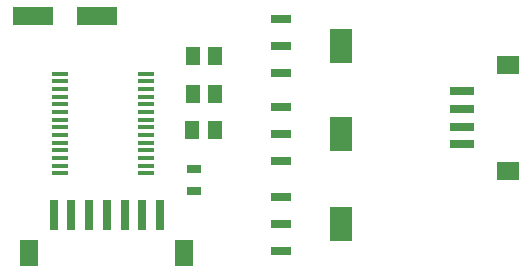
<source format=gtp>
G75*
G70*
%OFA0B0*%
%FSLAX24Y24*%
%IPPOS*%
%LPD*%
%AMOC8*
5,1,8,0,0,1.08239X$1,22.5*
%
%ADD10R,0.0709X0.0315*%
%ADD11R,0.0728X0.1181*%
%ADD12R,0.0512X0.0630*%
%ADD13R,0.0472X0.0315*%
%ADD14R,0.0550X0.0137*%
%ADD15R,0.0315X0.0984*%
%ADD16R,0.0591X0.0906*%
%ADD17R,0.0787X0.0315*%
%ADD18R,0.0748X0.0591*%
%ADD19R,0.1378X0.0630*%
D10*
X016989Y001276D03*
X016993Y002182D03*
X016989Y003087D03*
X016989Y004276D03*
X016993Y005182D03*
X016989Y006087D03*
X016989Y007226D03*
X016993Y008132D03*
X016989Y009037D03*
D11*
X018993Y008132D03*
X018993Y005182D03*
X018993Y002182D03*
D12*
X014797Y005332D03*
X014049Y005332D03*
X014059Y006522D03*
X014807Y006522D03*
X014817Y007802D03*
X014069Y007802D03*
D13*
X014093Y004006D03*
X014093Y003297D03*
D14*
X012522Y003878D03*
X012522Y004134D03*
X012522Y004390D03*
X012522Y004646D03*
X012522Y004902D03*
X012522Y005158D03*
X012522Y005414D03*
X012522Y005670D03*
X012522Y005926D03*
X012522Y006182D03*
X012522Y006437D03*
X012522Y006693D03*
X012522Y006949D03*
X012522Y007205D03*
X009643Y007205D03*
X009643Y006949D03*
X009643Y006693D03*
X009643Y006437D03*
X009643Y006182D03*
X009643Y005926D03*
X009643Y005670D03*
X009643Y005414D03*
X009643Y005158D03*
X009643Y004902D03*
X009643Y004646D03*
X009643Y004390D03*
X009643Y004134D03*
X009643Y003878D03*
D15*
X009429Y002505D03*
X010019Y002505D03*
X010610Y002505D03*
X011200Y002505D03*
X011791Y002505D03*
X012382Y002505D03*
X012972Y002505D03*
D16*
X008622Y001225D03*
X013779Y001225D03*
D17*
X023052Y004846D03*
X023052Y005437D03*
X023052Y006027D03*
X023052Y006618D03*
D18*
X024568Y007503D03*
X024568Y003960D03*
D19*
X010876Y009122D03*
X008750Y009122D03*
M02*

</source>
